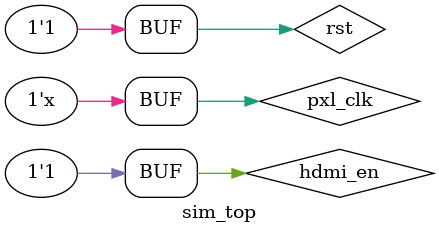
<source format=sv>
`timescale 1ps / 1ps
module sim_top();

logic pxl_clk;
logic rst;
logic hdmi_en;

always #1 pxl_clk = ~pxl_clk;

initial begin
    pxl_clk <= 1'd0;
    rst <= 1'd0;
    hdmi_en <= 1'd0;
#4
    rst <= 1'd1;
#4
    hdmi_en <= 1'd1;
end

logic O_de;

my_testpattern my_testpattern0(
    .I_pxl_clk   (pxl_clk            ),//pixel clock
    .I_rst_n     (rst                ),//low active 
    .I_en        (hdmi_en               ),             //800x600    //1024x768   //1280x720    
    .I_h_total   (12'd1200           ),//hor total time  // 12'd1056  // 12'd1344  // 12'd1650  
    .I_h_sync    (12'd10             ),//hor sync time   // 12'd128   // 12'd136   // 12'd40    
    .I_h_bporch  (12'd16             ),//hor back porch  // 12'd88    // 12'd160   // 12'd220   
    .I_h_res     (12'd1024           ),//hor resolution  // 12'd800   // 12'd1024  // 12'd1280  
    .I_v_total   (12'd806            ),//ver total time  // 12'd628   // 12'd806   // 12'd750    
    .I_v_sync    (12'd6              ),//ver sync time   // 12'd4     // 12'd6     // 12'd5     
    .I_v_bporch  (12'd29             ),//ver back porch  // 12'd23    // 12'd29    // 12'd20    
    .I_v_res     (12'd768            ),//ver resolution  // 12'd600   // 12'd768   // 12'd720  
    .O_busy      (busy               ),
    .O_de        (O_de               ),   
    .O_hs        (O_hs               ),//������
    .O_vs        (O_vs               ) 
);


MJPEG_Encoder_Top MJPEG_Encoder0(
    .clk        (pxl_clk                ), //input clk
    .rstn       (rst                    ), //input rstn
    .DE         (O_de               ), //input DE
    .data_in    (24'd0          ), //input [23:0] data_in
    .img_out    (         ), //output [7:0] img_out
    .img_valid  (             ), //output img_valid
    .img_done   (             ) //output img_done
);

endmodule


</source>
